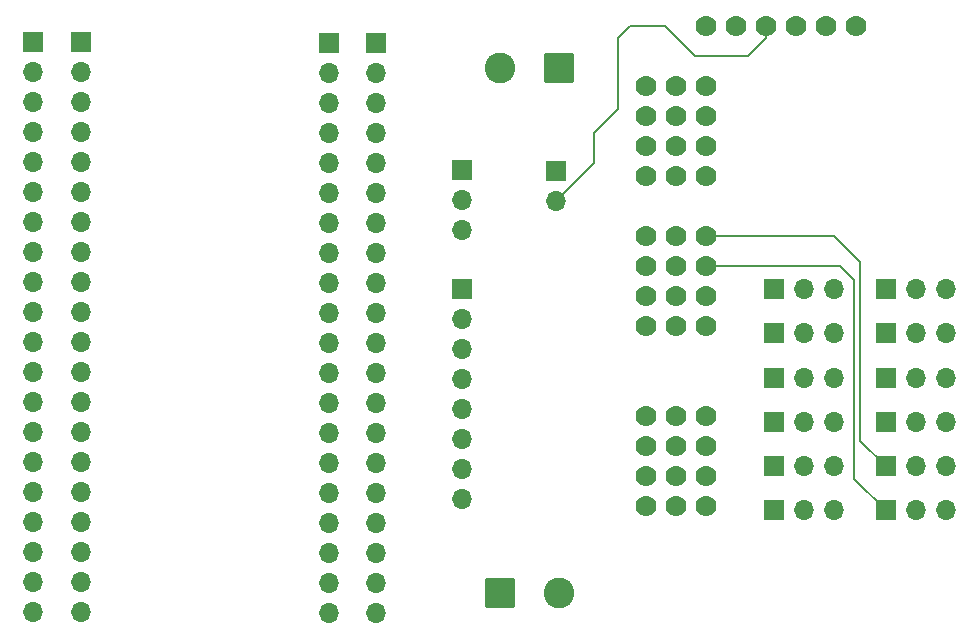
<source format=gbr>
%TF.GenerationSoftware,KiCad,Pcbnew,9.0.0*%
%TF.CreationDate,2025-03-26T16:28:11-04:00*%
%TF.ProjectId,spotmicro21mm,73706f74-6d69-4637-926f-32316d6d2e6b,rev?*%
%TF.SameCoordinates,Original*%
%TF.FileFunction,Copper,L4,Bot*%
%TF.FilePolarity,Positive*%
%FSLAX46Y46*%
G04 Gerber Fmt 4.6, Leading zero omitted, Abs format (unit mm)*
G04 Created by KiCad (PCBNEW 9.0.0) date 2025-03-26 16:28:11*
%MOMM*%
%LPD*%
G01*
G04 APERTURE LIST*
G04 Aperture macros list*
%AMRoundRect*
0 Rectangle with rounded corners*
0 $1 Rounding radius*
0 $2 $3 $4 $5 $6 $7 $8 $9 X,Y pos of 4 corners*
0 Add a 4 corners polygon primitive as box body*
4,1,4,$2,$3,$4,$5,$6,$7,$8,$9,$2,$3,0*
0 Add four circle primitives for the rounded corners*
1,1,$1+$1,$2,$3*
1,1,$1+$1,$4,$5*
1,1,$1+$1,$6,$7*
1,1,$1+$1,$8,$9*
0 Add four rect primitives between the rounded corners*
20,1,$1+$1,$2,$3,$4,$5,0*
20,1,$1+$1,$4,$5,$6,$7,0*
20,1,$1+$1,$6,$7,$8,$9,0*
20,1,$1+$1,$8,$9,$2,$3,0*%
G04 Aperture macros list end*
%TA.AperFunction,ComponentPad*%
%ADD10R,1.700000X1.700000*%
%TD*%
%TA.AperFunction,ComponentPad*%
%ADD11O,1.700000X1.700000*%
%TD*%
%TA.AperFunction,ComponentPad*%
%ADD12RoundRect,0.250000X1.050000X1.050000X-1.050000X1.050000X-1.050000X-1.050000X1.050000X-1.050000X0*%
%TD*%
%TA.AperFunction,ComponentPad*%
%ADD13C,2.600000*%
%TD*%
%TA.AperFunction,ComponentPad*%
%ADD14RoundRect,0.250000X-1.050000X-1.050000X1.050000X-1.050000X1.050000X1.050000X-1.050000X1.050000X0*%
%TD*%
%TA.AperFunction,ComponentPad*%
%ADD15C,1.778000*%
%TD*%
%TA.AperFunction,Conductor*%
%ADD16C,0.200000*%
%TD*%
G04 APERTURE END LIST*
D10*
%TO.P,J9,1,Pin_1*%
%TO.N,/PWM-7*%
X146170000Y-88000000D03*
D11*
%TO.P,J9,2,Pin_2*%
%TO.N,/S2-PWR*%
X148710000Y-88000000D03*
%TO.P,J9,3,Pin_3*%
%TO.N,/S2-GND*%
X151250000Y-88000000D03*
%TD*%
D10*
%TO.P,J14,1,Pin_1*%
%TO.N,/ESP-32Pin*%
X87500000Y-63360000D03*
D11*
%TO.P,J14,2,Pin_2*%
X87500000Y-65900000D03*
%TO.P,J14,3,Pin_3*%
X87500000Y-68440000D03*
%TO.P,J14,4,Pin_4*%
X87500000Y-70980000D03*
%TO.P,J14,5,Pin_5*%
X87500000Y-73520000D03*
%TO.P,J14,6,Pin_6*%
X87500000Y-76060000D03*
%TO.P,J14,7,Pin_7*%
X87500000Y-78600000D03*
%TO.P,J14,8,Pin_8*%
X87500000Y-81140000D03*
%TO.P,J14,9,Pin_9*%
X87500000Y-83680000D03*
%TO.P,J14,10,Pin_10*%
X87500000Y-86220000D03*
%TO.P,J14,11,Pin_11*%
X87500000Y-88760000D03*
%TO.P,J14,12,Pin_12*%
X87500000Y-91300000D03*
%TO.P,J14,13,Pin_13*%
X87500000Y-93840000D03*
%TO.P,J14,14,Pin_14*%
X87500000Y-96380000D03*
%TO.P,J14,15,Pin_15*%
X87500000Y-98920000D03*
%TO.P,J14,16,Pin_16*%
X87500000Y-101460000D03*
%TO.P,J14,17,Pin_17*%
X87500000Y-104000000D03*
%TO.P,J14,18,Pin_18*%
X87500000Y-106540000D03*
%TO.P,J14,19,Pin_19*%
X87500000Y-109080000D03*
%TO.P,J14,20,Pin_20*%
X87500000Y-111620000D03*
%TD*%
D10*
%TO.P,J6,1,Pin_1*%
%TO.N,/PWM-4*%
X155670000Y-99250000D03*
D11*
%TO.P,J6,2,Pin_2*%
%TO.N,/S1-PWR*%
X158210000Y-99250000D03*
%TO.P,J6,3,Pin_3*%
%TO.N,/S1-GND*%
X160750000Y-99250000D03*
%TD*%
D10*
%TO.P,J18,1,Pin_1*%
%TO.N,/Global SCL*%
X127750000Y-74250000D03*
D11*
%TO.P,J18,2,Pin_2*%
%TO.N,/Global SDA*%
X127750000Y-76790000D03*
%TD*%
D12*
%TO.P,J21,1,Pin_1*%
%TO.N,/S2-PWR*%
X127993453Y-65577500D03*
D13*
%TO.P,J21,2,Pin_2*%
%TO.N,/S2-GND*%
X122993453Y-65577500D03*
%TD*%
D10*
%TO.P,J4,1,Pin_1*%
%TO.N,/PWM-2*%
X155670000Y-91750000D03*
D11*
%TO.P,J4,2,Pin_2*%
%TO.N,/S1-PWR*%
X158210000Y-91750000D03*
%TO.P,J4,3,Pin_3*%
%TO.N,/S1-GND*%
X160750000Y-91750000D03*
%TD*%
D10*
%TO.P,J17,1,Pin_1*%
%TO.N,/ESP-32Pin*%
X112500000Y-63400000D03*
D11*
%TO.P,J17,2,Pin_2*%
X112500000Y-65940000D03*
%TO.P,J17,3,Pin_3*%
X112500000Y-68480000D03*
%TO.P,J17,4,Pin_4*%
X112500000Y-71020000D03*
%TO.P,J17,5,Pin_5*%
X112500000Y-73560000D03*
%TO.P,J17,6,Pin_6*%
X112500000Y-76100000D03*
%TO.P,J17,7,Pin_7*%
X112500000Y-78640000D03*
%TO.P,J17,8,Pin_8*%
X112500000Y-81180000D03*
%TO.P,J17,9,Pin_9*%
X112500000Y-83720000D03*
%TO.P,J17,10,Pin_10*%
X112500000Y-86260000D03*
%TO.P,J17,11,Pin_11*%
X112500000Y-88800000D03*
%TO.P,J17,12,Pin_12*%
X112500000Y-91340000D03*
%TO.P,J17,13,Pin_13*%
X112500000Y-93880000D03*
%TO.P,J17,14,Pin_14*%
X112500000Y-96420000D03*
%TO.P,J17,15,Pin_15*%
X112500000Y-98960000D03*
%TO.P,J17,16,Pin_16*%
X112500000Y-101500000D03*
%TO.P,J17,17,Pin_17*%
X112500000Y-104040000D03*
%TO.P,J17,18,Pin_18*%
X112500000Y-106580000D03*
%TO.P,J17,19,Pin_19*%
X112500000Y-109120000D03*
%TO.P,J17,20,Pin_20*%
X112500000Y-111660000D03*
%TD*%
D10*
%TO.P,J13,1,Pin_1*%
%TO.N,/PWM-11*%
X146170000Y-103000000D03*
D11*
%TO.P,J13,2,Pin_2*%
%TO.N,/S2-PWR*%
X148710000Y-103000000D03*
%TO.P,J13,3,Pin_3*%
%TO.N,/S2-GND*%
X151250000Y-103000000D03*
%TD*%
D10*
%TO.P,J3,1,Pin_1*%
%TO.N,/PWM-1*%
X155670000Y-88000000D03*
D11*
%TO.P,J3,2,Pin_2*%
%TO.N,/S1-PWR*%
X158210000Y-88000000D03*
%TO.P,J3,3,Pin_3*%
%TO.N,/S1-GND*%
X160750000Y-88000000D03*
%TD*%
D10*
%TO.P,J15,1,Pin_1*%
%TO.N,/ESP-32Pin*%
X108500000Y-63400000D03*
D11*
%TO.P,J15,2,Pin_2*%
X108500000Y-65940000D03*
%TO.P,J15,3,Pin_3*%
X108500000Y-68480000D03*
%TO.P,J15,4,Pin_4*%
X108500000Y-71020000D03*
%TO.P,J15,5,Pin_5*%
X108500000Y-73560000D03*
%TO.P,J15,6,Pin_6*%
X108500000Y-76100000D03*
%TO.P,J15,7,Pin_7*%
X108500000Y-78640000D03*
%TO.P,J15,8,Pin_8*%
X108500000Y-81180000D03*
%TO.P,J15,9,Pin_9*%
X108500000Y-83720000D03*
%TO.P,J15,10,Pin_10*%
X108500000Y-86260000D03*
%TO.P,J15,11,Pin_11*%
X108500000Y-88800000D03*
%TO.P,J15,12,Pin_12*%
X108500000Y-91340000D03*
%TO.P,J15,13,Pin_13*%
X108500000Y-93880000D03*
%TO.P,J15,14,Pin_14*%
X108500000Y-96420000D03*
%TO.P,J15,15,Pin_15*%
X108500000Y-98960000D03*
%TO.P,J15,16,Pin_16*%
X108500000Y-101500000D03*
%TO.P,J15,17,Pin_17*%
X108500000Y-104040000D03*
%TO.P,J15,18,Pin_18*%
X108500000Y-106580000D03*
%TO.P,J15,19,Pin_19*%
X108500000Y-109120000D03*
%TO.P,J15,20,Pin_20*%
X108500000Y-111660000D03*
%TD*%
D10*
%TO.P,J11,1,Pin_1*%
%TO.N,/PWM-9*%
X146170000Y-95500000D03*
D11*
%TO.P,J11,2,Pin_2*%
%TO.N,/S2-PWR*%
X148710000Y-95500000D03*
%TO.P,J11,3,Pin_3*%
%TO.N,/S2-GND*%
X151250000Y-95500000D03*
%TD*%
D14*
%TO.P,J1,1,Pin_1*%
%TO.N,/S1-PWR*%
X123000000Y-110000000D03*
D13*
%TO.P,J1,2,Pin_2*%
%TO.N,/S1-GND*%
X128000000Y-110000000D03*
%TD*%
D10*
%TO.P,J16,1,Pin_1*%
%TO.N,/ESP-32Pin*%
X83500000Y-63360000D03*
D11*
%TO.P,J16,2,Pin_2*%
X83500000Y-65900000D03*
%TO.P,J16,3,Pin_3*%
X83500000Y-68440000D03*
%TO.P,J16,4,Pin_4*%
X83500000Y-70980000D03*
%TO.P,J16,5,Pin_5*%
X83500000Y-73520000D03*
%TO.P,J16,6,Pin_6*%
X83500000Y-76060000D03*
%TO.P,J16,7,Pin_7*%
X83500000Y-78600000D03*
%TO.P,J16,8,Pin_8*%
X83500000Y-81140000D03*
%TO.P,J16,9,Pin_9*%
X83500000Y-83680000D03*
%TO.P,J16,10,Pin_10*%
X83500000Y-86220000D03*
%TO.P,J16,11,Pin_11*%
X83500000Y-88760000D03*
%TO.P,J16,12,Pin_12*%
X83500000Y-91300000D03*
%TO.P,J16,13,Pin_13*%
X83500000Y-93840000D03*
%TO.P,J16,14,Pin_14*%
X83500000Y-96380000D03*
%TO.P,J16,15,Pin_15*%
X83500000Y-98920000D03*
%TO.P,J16,16,Pin_16*%
X83500000Y-101460000D03*
%TO.P,J16,17,Pin_17*%
X83500000Y-104000000D03*
%TO.P,J16,18,Pin_18*%
X83500000Y-106540000D03*
%TO.P,J16,19,Pin_19*%
X83500000Y-109080000D03*
%TO.P,J16,20,Pin_20*%
X83500000Y-111620000D03*
%TD*%
D10*
%TO.P,J8,1,Pin_1*%
%TO.N,/PWM-6*%
X146170000Y-84250000D03*
D11*
%TO.P,J8,2,Pin_2*%
%TO.N,/S2-PWR*%
X148710000Y-84250000D03*
%TO.P,J8,3,Pin_3*%
%TO.N,/S2-GND*%
X151250000Y-84250000D03*
%TD*%
D10*
%TO.P,J5,1,Pin_1*%
%TO.N,/PWM-3*%
X155670000Y-95500000D03*
D11*
%TO.P,J5,2,Pin_2*%
%TO.N,/S1-PWR*%
X158210000Y-95500000D03*
%TO.P,J5,3,Pin_3*%
%TO.N,/S1-GND*%
X160750000Y-95500000D03*
%TD*%
D10*
%TO.P,J10,1,Pin_1*%
%TO.N,/PWM-8*%
X146170000Y-91750000D03*
D11*
%TO.P,J10,2,Pin_2*%
%TO.N,/S2-PWR*%
X148710000Y-91750000D03*
%TO.P,J10,3,Pin_3*%
%TO.N,/S2-GND*%
X151250000Y-91750000D03*
%TD*%
D10*
%TO.P,J20,1,Pin_1*%
%TO.N,/ESP32-3v3*%
X119800000Y-84260000D03*
D11*
%TO.P,J20,2,Pin_2*%
%TO.N,/ESP32-GND*%
X119800000Y-86800000D03*
%TO.P,J20,3,Pin_3*%
%TO.N,/Global SCL*%
X119800000Y-89340000D03*
%TO.P,J20,4,Pin_4*%
%TO.N,/Global SDA*%
X119800000Y-91880000D03*
%TO.P,J20,5,Pin_5*%
%TO.N,unconnected-(J20-Pin_5-Pad5)*%
X119800000Y-94420000D03*
%TO.P,J20,6,Pin_6*%
%TO.N,unconnected-(J20-Pin_6-Pad6)*%
X119800000Y-96960000D03*
%TO.P,J20,7,Pin_7*%
%TO.N,unconnected-(J20-Pin_7-Pad7)*%
X119800000Y-99500000D03*
%TO.P,J20,8,Pin_8*%
%TO.N,unconnected-(J20-Pin_8-Pad8)*%
X119800000Y-102040000D03*
%TD*%
D10*
%TO.P,J12,1,Pin_1*%
%TO.N,/PWM-10*%
X146170000Y-99250000D03*
D11*
%TO.P,J12,2,Pin_2*%
%TO.N,/S2-PWR*%
X148710000Y-99250000D03*
%TO.P,J12,3,Pin_3*%
%TO.N,/S2-GND*%
X151250000Y-99250000D03*
%TD*%
D10*
%TO.P,J19,1,Pin_1*%
%TO.N,/ESP32-GND*%
X119750000Y-74210000D03*
D11*
%TO.P,J19,2,Pin_2*%
%TO.N,/ESP32-3v3*%
X119750000Y-76750000D03*
%TO.P,J19,3,Pin_3*%
%TO.N,/ESP32-5v*%
X119750000Y-79290000D03*
%TD*%
D10*
%TO.P,J7,1,Pin_1*%
%TO.N,/PWM-5*%
X155670000Y-103000000D03*
D11*
%TO.P,J7,2,Pin_2*%
%TO.N,/S1-PWR*%
X158210000Y-103000000D03*
%TO.P,J7,3,Pin_3*%
%TO.N,/S1-GND*%
X160750000Y-103000000D03*
%TD*%
D15*
%TO.P,U2,0,PWM_0*%
%TO.N,/PWM-0*%
X140440000Y-67050000D03*
%TO.P,U2,1,PWM_1*%
%TO.N,/PWM-1*%
X140440000Y-69590000D03*
%TO.P,U2,2,PWM_2*%
%TO.N,/PWM-2*%
X140440000Y-72130000D03*
%TO.P,U2,3,PWM_3*%
%TO.N,/PWM-3*%
X140440000Y-74670000D03*
%TO.P,U2,4,PWM_4*%
%TO.N,/PWM-4*%
X140440000Y-79750000D03*
%TO.P,U2,5,PWM_5*%
%TO.N,/PWM-5*%
X140440000Y-82290000D03*
%TO.P,U2,6,PWM_6*%
%TO.N,/PWM-6*%
X140440000Y-84830000D03*
%TO.P,U2,7,PWM_7*%
%TO.N,/PWM-7*%
X140440000Y-87370000D03*
%TO.P,U2,8,PWM_8*%
%TO.N,/PWM-8*%
X140440000Y-94990000D03*
%TO.P,U2,9,PWM_9*%
%TO.N,/PWM-9*%
X140440000Y-97530000D03*
%TO.P,U2,10,PWM_10*%
%TO.N,/PWM-10*%
X140440000Y-100070000D03*
%TO.P,U2,11,PWM_11*%
%TO.N,/PWM-11*%
X140440000Y-102610000D03*
%TO.P,U2,GND_1,GND*%
%TO.N,/ESP32-GND*%
X153140000Y-61970000D03*
%TO.P,U2,GND_3*%
%TO.N,N/C*%
X135360000Y-67050000D03*
%TO.P,U2,GND_4*%
X135360000Y-69590000D03*
%TO.P,U2,GND_5*%
X135360000Y-72130000D03*
%TO.P,U2,GND_6*%
X135360000Y-74670000D03*
%TO.P,U2,GND_7*%
X135360000Y-79750000D03*
%TO.P,U2,GND_8*%
X135360000Y-82290000D03*
%TO.P,U2,GND_9*%
X135360000Y-84830000D03*
%TO.P,U2,GND_10*%
X135360000Y-87370000D03*
%TO.P,U2,GND_11*%
X135360000Y-94990000D03*
%TO.P,U2,GND_12*%
X135360000Y-97530000D03*
%TO.P,U2,GND_13*%
X135360000Y-100070000D03*
%TO.P,U2,GND_14*%
X135360000Y-102610000D03*
%TO.P,U2,OE_1*%
X150600000Y-61970000D03*
%TO.P,U2,SCL_1,SCL*%
%TO.N,/Global SCL*%
X148060000Y-61970000D03*
%TO.P,U2,SDA_1,SDA*%
%TO.N,/Global SDA*%
X145520000Y-61970000D03*
%TO.P,U2,V+_1,V+*%
%TO.N,unconnected-(U2-V+-PadV+_1)*%
X140440000Y-61970000D03*
%TO.P,U2,V+_3*%
%TO.N,N/C*%
X137900000Y-67050000D03*
%TO.P,U2,V+_4*%
X137900000Y-69590000D03*
%TO.P,U2,V+_5*%
X137900000Y-72130000D03*
%TO.P,U2,V+_6*%
X137900000Y-74670000D03*
%TO.P,U2,V+_7*%
X137900000Y-79750000D03*
%TO.P,U2,V+_8*%
X137900000Y-82290000D03*
%TO.P,U2,V+_9*%
X137900000Y-84830000D03*
%TO.P,U2,V+_10*%
X137900000Y-87370000D03*
%TO.P,U2,V+_11*%
X137900000Y-94990000D03*
%TO.P,U2,V+_12*%
X137900000Y-97530000D03*
%TO.P,U2,V+_13*%
X137900000Y-100070000D03*
%TO.P,U2,V+_14*%
X137900000Y-102610000D03*
%TO.P,U2,VCC_1,VCC*%
%TO.N,/ESP32-5v*%
X142980000Y-61970000D03*
%TD*%
D10*
%TO.P,J2,1,Pin_1*%
%TO.N,/PWM-0*%
X155670000Y-84250000D03*
D11*
%TO.P,J2,2,Pin_2*%
%TO.N,/S1-PWR*%
X158210000Y-84250000D03*
%TO.P,J2,3,Pin_3*%
%TO.N,/S1-GND*%
X160750000Y-84250000D03*
%TD*%
D16*
%TO.N,/PWM-4*%
X140440000Y-79750000D02*
X151250000Y-79750000D01*
X151250000Y-79750000D02*
X153500000Y-82000000D01*
X153500000Y-82000000D02*
X153500000Y-97080000D01*
X153500000Y-97080000D02*
X155670000Y-99250000D01*
%TO.N,/PWM-5*%
X153000000Y-83500000D02*
X153000000Y-100330000D01*
X151790000Y-82290000D02*
X153000000Y-83500000D01*
X153000000Y-100330000D02*
X155670000Y-103000000D01*
X140440000Y-82290000D02*
X151790000Y-82290000D01*
%TO.N,/Global SDA*%
X133000000Y-63000000D02*
X134000000Y-62000000D01*
X144000000Y-64500000D02*
X145520000Y-62980000D01*
X127750000Y-76790000D02*
X131000000Y-73540000D01*
X137000000Y-62000000D02*
X139500000Y-64500000D01*
X145520000Y-62980000D02*
X145520000Y-61970000D01*
X131000000Y-71000000D02*
X133000000Y-69000000D01*
X139500000Y-64500000D02*
X144000000Y-64500000D01*
X133000000Y-69000000D02*
X133000000Y-63000000D01*
X134000000Y-62000000D02*
X137000000Y-62000000D01*
X131000000Y-73540000D02*
X131000000Y-71000000D01*
%TD*%
M02*

</source>
